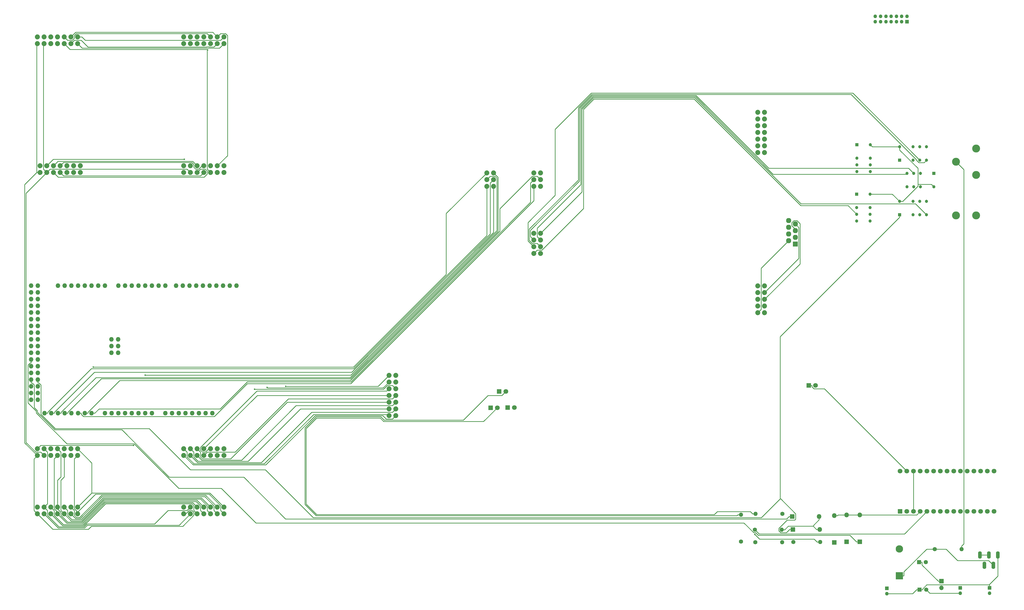
<source format=gbr>
G04 #@! TF.FileFunction,Copper,L1,Top,Signal*
%FSLAX46Y46*%
G04 Gerber Fmt 4.6, Leading zero omitted, Abs format (unit mm)*
G04 Created by KiCad (PCBNEW 4.0.6) date 02/18/20 12:40:55*
%MOMM*%
%LPD*%
G01*
G04 APERTURE LIST*
%ADD10C,0.100000*%
%ADD11C,1.879600*%
%ADD12R,1.600000X1.600000*%
%ADD13C,1.600000*%
%ADD14R,1.800000X1.800000*%
%ADD15C,1.800000*%
%ADD16O,1.800000X1.800000*%
%ADD17R,2.800000X2.800000*%
%ADD18O,2.800000X2.800000*%
%ADD19R,1.960000X1.960000*%
%ADD20C,1.960000*%
%ADD21R,1.350000X1.350000*%
%ADD22O,1.350000X1.350000*%
%ADD23R,1.200000X1.200000*%
%ADD24C,1.200000*%
%ADD25C,3.000000*%
%ADD26O,1.600000X1.600000*%
%ADD27O,1.727200X1.727200*%
%ADD28R,1.700000X1.700000*%
%ADD29O,1.700000X1.700000*%
%ADD30O,1.408000X2.816000*%
%ADD31C,0.600000*%
%ADD32C,0.250000*%
G04 APERTURE END LIST*
D10*
D11*
X133400000Y-102400000D03*
X133400000Y-99860000D03*
X135940000Y-102400000D03*
X135940000Y-99860000D03*
X138480000Y-102400000D03*
X138480000Y-99860000D03*
X141020000Y-102400000D03*
X141020000Y-99860000D03*
X143560000Y-102400000D03*
X143560000Y-99860000D03*
X146100000Y-102400000D03*
X146100000Y-99860000D03*
X148640000Y-102400000D03*
X148640000Y-99860000D03*
X188800000Y-102400000D03*
X188800000Y-99860000D03*
X191340000Y-102400000D03*
X191340000Y-99860000D03*
X193880000Y-102400000D03*
X193880000Y-99860000D03*
X196420000Y-102400000D03*
X196420000Y-99860000D03*
X198960000Y-102400000D03*
X198960000Y-99860000D03*
X201500000Y-102400000D03*
X201500000Y-99860000D03*
X204040000Y-102400000D03*
X204040000Y-99860000D03*
X188800000Y-151200000D03*
X188800000Y-148660000D03*
X191340000Y-151200000D03*
X191340000Y-148660000D03*
X193880000Y-151200000D03*
X193880000Y-148660000D03*
X196420000Y-151200000D03*
X196420000Y-148660000D03*
X198960000Y-151200000D03*
X198960000Y-148660000D03*
X201500000Y-151200000D03*
X201500000Y-148660000D03*
X204040000Y-151200000D03*
X204040000Y-148660000D03*
X134400000Y-151200000D03*
X134400000Y-148660000D03*
X136940000Y-151200000D03*
X136940000Y-148660000D03*
X139480000Y-151200000D03*
X139480000Y-148660000D03*
X142020000Y-151200000D03*
X142020000Y-148660000D03*
X144560000Y-151200000D03*
X144560000Y-148660000D03*
X147100000Y-151200000D03*
X147100000Y-148660000D03*
X149640000Y-151200000D03*
X149640000Y-148660000D03*
X133400000Y-280400000D03*
X133400000Y-277860000D03*
X135940000Y-280400000D03*
X135940000Y-277860000D03*
X138480000Y-280400000D03*
X138480000Y-277860000D03*
X141020000Y-280400000D03*
X141020000Y-277860000D03*
X143560000Y-280400000D03*
X143560000Y-277860000D03*
X146100000Y-280400000D03*
X146100000Y-277860000D03*
X148640000Y-280400000D03*
X148640000Y-277860000D03*
X188800000Y-280400000D03*
X188800000Y-277860000D03*
X191340000Y-280400000D03*
X191340000Y-277860000D03*
X193880000Y-280400000D03*
X193880000Y-277860000D03*
X196420000Y-280400000D03*
X196420000Y-277860000D03*
X198960000Y-280400000D03*
X198960000Y-277860000D03*
X201500000Y-280400000D03*
X201500000Y-277860000D03*
X204040000Y-280400000D03*
X204040000Y-277860000D03*
X133400000Y-258300000D03*
X133400000Y-255760000D03*
X135940000Y-258300000D03*
X135940000Y-255760000D03*
X138480000Y-258300000D03*
X138480000Y-255760000D03*
X141020000Y-258300000D03*
X141020000Y-255760000D03*
X143560000Y-258300000D03*
X143560000Y-255760000D03*
X146100000Y-258300000D03*
X146100000Y-255760000D03*
X148640000Y-258300000D03*
X148640000Y-255760000D03*
X188800000Y-258300000D03*
X188800000Y-255760000D03*
X191340000Y-258300000D03*
X191340000Y-255760000D03*
X193880000Y-258300000D03*
X193880000Y-255760000D03*
X196420000Y-258300000D03*
X196420000Y-255760000D03*
X198960000Y-258300000D03*
X198960000Y-255760000D03*
X201500000Y-258300000D03*
X201500000Y-255760000D03*
X204040000Y-258300000D03*
X204040000Y-255760000D03*
X269000000Y-243200000D03*
X266460000Y-243200000D03*
X269000000Y-240660000D03*
X266460000Y-240660000D03*
X269000000Y-238120000D03*
X266460000Y-238120000D03*
X269000000Y-235580000D03*
X266460000Y-235580000D03*
X269000000Y-233040000D03*
X266460000Y-233040000D03*
X269000000Y-230500000D03*
X266460000Y-230500000D03*
X269000000Y-227960000D03*
X266460000Y-227960000D03*
X408600000Y-143600000D03*
X406060000Y-143600000D03*
X408600000Y-141060000D03*
X406060000Y-141060000D03*
X408600000Y-138520000D03*
X406060000Y-138520000D03*
X408600000Y-135980000D03*
X406060000Y-135980000D03*
X408600000Y-133440000D03*
X406060000Y-133440000D03*
X408600000Y-130900000D03*
X406060000Y-130900000D03*
X408600000Y-128360000D03*
X406060000Y-128360000D03*
X323800000Y-156400000D03*
X321260000Y-156400000D03*
X323800000Y-153860000D03*
X321260000Y-153860000D03*
X323800000Y-151320000D03*
X321260000Y-151320000D03*
X306000000Y-156400000D03*
X303460000Y-156400000D03*
X306000000Y-153860000D03*
X303460000Y-153860000D03*
X306000000Y-151320000D03*
X303460000Y-151320000D03*
X323800000Y-181800000D03*
X321260000Y-181800000D03*
X323800000Y-179260000D03*
X321260000Y-179260000D03*
X323800000Y-176720000D03*
X321260000Y-176720000D03*
X323800000Y-174180000D03*
X321260000Y-174180000D03*
X408600000Y-204267000D03*
X406060000Y-204267000D03*
X408600000Y-201727000D03*
X406060000Y-201727000D03*
X408600000Y-199187000D03*
X406060000Y-199187000D03*
X408600000Y-196647000D03*
X406060000Y-196647000D03*
X408600000Y-194107000D03*
X406060000Y-194107000D03*
D12*
X467258000Y-309067000D03*
D13*
X469758000Y-309067000D03*
D12*
X467081000Y-298679000D03*
D13*
X469581000Y-298679000D03*
D14*
X311404000Y-240132000D03*
D15*
X313944000Y-240132000D03*
D14*
X419100000Y-281381000D03*
D16*
X429260000Y-281381000D03*
D14*
X434975000Y-291186000D03*
D16*
X434975000Y-281026000D03*
D14*
X419278000Y-286283000D03*
D16*
X429438000Y-286283000D03*
D14*
X444627000Y-290957000D03*
D16*
X444627000Y-280797000D03*
D14*
X425298000Y-231800000D03*
D15*
X427838000Y-231800000D03*
D17*
X459613000Y-303809000D03*
D18*
X459613000Y-293649000D03*
D14*
X439598000Y-290957000D03*
D16*
X439598000Y-280797000D03*
D14*
X308153000Y-234061000D03*
D15*
X310693000Y-234061000D03*
D14*
X304902000Y-240208000D03*
D15*
X307442000Y-240208000D03*
D19*
X420243000Y-178308000D03*
D20*
X417703000Y-177038000D03*
X420243000Y-175768000D03*
X417703000Y-174498000D03*
X420243000Y-173228000D03*
X417703000Y-171958000D03*
X420243000Y-170688000D03*
X417703000Y-169418000D03*
D21*
X482651000Y-308407000D03*
D22*
X482651000Y-310407000D03*
D21*
X493751000Y-308407000D03*
D22*
X493751000Y-310407000D03*
D21*
X454914000Y-308610000D03*
D22*
X454914000Y-310610000D03*
D23*
X443560000Y-140692000D03*
D24*
X448640000Y-140692000D03*
X443560000Y-145772000D03*
X448640000Y-150852000D03*
X443560000Y-148312000D03*
X443560000Y-150852000D03*
X448640000Y-145772000D03*
X448640000Y-148312000D03*
D23*
X459665000Y-167183000D03*
D24*
X459665000Y-162103000D03*
X464745000Y-167183000D03*
X469825000Y-162103000D03*
X467285000Y-167183000D03*
X469825000Y-167183000D03*
X464745000Y-162103000D03*
X467285000Y-162103000D03*
D23*
X472642000Y-151536000D03*
D24*
X472642000Y-156616000D03*
X467562000Y-151536000D03*
X462482000Y-156616000D03*
X465022000Y-151536000D03*
X462482000Y-151536000D03*
X467562000Y-156616000D03*
X465022000Y-156616000D03*
D23*
X459742000Y-146482000D03*
D24*
X459742000Y-141402000D03*
X464822000Y-146482000D03*
X469902000Y-141402000D03*
X467362000Y-146482000D03*
X469902000Y-146482000D03*
X464822000Y-141402000D03*
X467362000Y-141402000D03*
D23*
X443484000Y-159361000D03*
D24*
X448564000Y-159361000D03*
X443484000Y-164441000D03*
X448564000Y-169521000D03*
X443484000Y-166981000D03*
X443484000Y-169521000D03*
X448564000Y-164441000D03*
X448564000Y-166981000D03*
D25*
X481051000Y-167411000D03*
X488671000Y-167411000D03*
X481051000Y-147091000D03*
X488671000Y-142091000D03*
X488671000Y-152091000D03*
D13*
X472999000Y-293726000D03*
D26*
X483159000Y-293726000D03*
D27*
X163932000Y-219456000D03*
X161392000Y-219456000D03*
X161392000Y-216916000D03*
X163932000Y-216916000D03*
X161392000Y-214376000D03*
X176759000Y-242316000D03*
X181839000Y-242316000D03*
X184379000Y-242316000D03*
X186919000Y-242316000D03*
X189459000Y-242316000D03*
X191999000Y-242316000D03*
X194539000Y-242316000D03*
X197079000Y-242316000D03*
X141199000Y-194056000D03*
X143739000Y-194056000D03*
X146279000Y-194056000D03*
X148819000Y-194056000D03*
X151359000Y-194056000D03*
X153899000Y-194056000D03*
X156439000Y-194056000D03*
X158979000Y-194056000D03*
X164059000Y-194056000D03*
X166599000Y-194056000D03*
X169139000Y-194056000D03*
X171679000Y-194056000D03*
X174219000Y-194056000D03*
X176759000Y-194056000D03*
X179299000Y-194056000D03*
X181839000Y-194056000D03*
X201143000Y-194056000D03*
X185903000Y-194056000D03*
X188443000Y-194056000D03*
X190983000Y-194056000D03*
X208763000Y-194056000D03*
X206223000Y-194056000D03*
X203683000Y-194056000D03*
X198603000Y-194056000D03*
X196063000Y-194056000D03*
X193523000Y-194056000D03*
X199619000Y-242316000D03*
X174219000Y-242316000D03*
X171679000Y-242316000D03*
X169139000Y-242316000D03*
X166599000Y-242316000D03*
X164059000Y-242316000D03*
X161519000Y-242316000D03*
X158979000Y-242316000D03*
X153899000Y-242316000D03*
X151359000Y-242316000D03*
X148819000Y-242316000D03*
X146279000Y-242316000D03*
X143739000Y-242316000D03*
X141199000Y-242316000D03*
X138659000Y-242316000D03*
X136119000Y-242316000D03*
X133579000Y-194056000D03*
X131039000Y-194056000D03*
X133579000Y-196596000D03*
X131039000Y-196596000D03*
X133579000Y-199136000D03*
X131039000Y-199136000D03*
X133579000Y-201676000D03*
X131039000Y-201676000D03*
X133579000Y-204216000D03*
X131039000Y-204216000D03*
X133579000Y-206756000D03*
X131039000Y-206756000D03*
X133579000Y-209296000D03*
X131039000Y-209296000D03*
X133579000Y-211836000D03*
X131039000Y-211836000D03*
X133579000Y-214376000D03*
X131039000Y-214376000D03*
X133579000Y-216916000D03*
X131039000Y-216916000D03*
X133579000Y-219456000D03*
X131039000Y-219456000D03*
X133579000Y-221996000D03*
X131039000Y-221996000D03*
X133579000Y-224536000D03*
X131039000Y-224536000D03*
X133579000Y-227076000D03*
X131039000Y-227076000D03*
X133579000Y-229616000D03*
X131039000Y-229616000D03*
X133579000Y-232156000D03*
X131039000Y-232156000D03*
X133579000Y-234696000D03*
X131039000Y-234696000D03*
X133579000Y-237236000D03*
X131039000Y-237236000D03*
X163932000Y-214376000D03*
D13*
X419456000Y-291059000D03*
D26*
X429616000Y-291059000D03*
D13*
X405130000Y-291160000D03*
D26*
X415290000Y-291160000D03*
D13*
X404952000Y-286360000D03*
D26*
X415112000Y-286360000D03*
D13*
X399644000Y-290855000D03*
D26*
X399644000Y-280695000D03*
D13*
X415341000Y-280391000D03*
D26*
X405181000Y-280391000D03*
D28*
X475539000Y-305892000D03*
D29*
X475539000Y-308432000D03*
D14*
X459892000Y-279476000D03*
D15*
X462432000Y-279476000D03*
X464972000Y-279476000D03*
X467512000Y-279476000D03*
X470052000Y-279476000D03*
X472592000Y-279476000D03*
X475132000Y-279476000D03*
X477672000Y-279476000D03*
X480212000Y-279476000D03*
X482752000Y-279476000D03*
X485292000Y-279476000D03*
X487832000Y-279476000D03*
X490372000Y-279476000D03*
X492912000Y-279476000D03*
X495452000Y-279476000D03*
X495452000Y-264236000D03*
X492912000Y-264236000D03*
X490372000Y-264236000D03*
X487832000Y-264236000D03*
X485292000Y-264236000D03*
X482752000Y-264236000D03*
X480212000Y-264236000D03*
X477672000Y-264236000D03*
X475132000Y-264236000D03*
X472592000Y-264236000D03*
X470052000Y-264236000D03*
X467512000Y-264236000D03*
X464972000Y-264236000D03*
X462432000Y-264236000D03*
X459892000Y-264236000D03*
D30*
X495197000Y-299817000D03*
X491797000Y-299817000D03*
X496897000Y-295917000D03*
X493497000Y-295917000D03*
X490097000Y-295917000D03*
D21*
X462508600Y-94081600D03*
D22*
X462508600Y-92081600D03*
X460508600Y-94081600D03*
X460508600Y-92081600D03*
X458508600Y-94081600D03*
X458508600Y-92081600D03*
X456508600Y-94081600D03*
X456508600Y-92081600D03*
X454508600Y-94081600D03*
X454508600Y-92081600D03*
X452508600Y-94081600D03*
X452508600Y-92081600D03*
X450508600Y-94081600D03*
X450508600Y-92081600D03*
D31*
X404943000Y-288140200D03*
X169773800Y-254494800D03*
X189040600Y-146203100D03*
X197861700Y-104735900D03*
X215586100Y-233190300D03*
X220336300Y-232554400D03*
X227411400Y-232112300D03*
X174246700Y-227865600D03*
X154596800Y-224829600D03*
D32*
X464589700Y-310610000D02*
X466132700Y-309067000D01*
X454914000Y-310610000D02*
X464589700Y-310610000D01*
X467258000Y-309067000D02*
X466132700Y-309067000D01*
X493751000Y-308407000D02*
X493751000Y-307444300D01*
X467258000Y-309067000D02*
X468383300Y-309067000D01*
X496897000Y-303921300D02*
X493581300Y-307237000D01*
X496897000Y-295917000D02*
X496897000Y-303921300D01*
X493751000Y-307406700D02*
X493581300Y-307237000D01*
X493751000Y-307444300D02*
X493751000Y-307406700D01*
X468383300Y-308785700D02*
X468383300Y-309067000D01*
X469932000Y-307237000D02*
X468383300Y-308785700D01*
X493581300Y-307237000D02*
X469932000Y-307237000D01*
X490097000Y-295917000D02*
X493497000Y-295917000D01*
X415112000Y-286360000D02*
X416237300Y-286360000D01*
X429438000Y-286283000D02*
X428212700Y-286283000D01*
X471098000Y-310407000D02*
X469758000Y-309067000D01*
X482651000Y-310407000D02*
X471098000Y-310407000D01*
X466191000Y-280797000D02*
X444627000Y-280797000D01*
X467512000Y-279476000D02*
X466191000Y-280797000D01*
X426523300Y-232259600D02*
X426523300Y-231800000D01*
X427289000Y-233025300D02*
X426523300Y-232259600D01*
X431221300Y-233025300D02*
X427289000Y-233025300D01*
X462432000Y-264236000D02*
X431221300Y-233025300D01*
X425298000Y-231800000D02*
X426523300Y-231800000D01*
X444627000Y-280797000D02*
X439598000Y-280797000D01*
X436429300Y-280797000D02*
X436200300Y-281026000D01*
X439598000Y-280797000D02*
X436429300Y-280797000D01*
X434975000Y-281026000D02*
X436200300Y-281026000D01*
X417539600Y-285057700D02*
X427073800Y-285057700D01*
X416237300Y-286360000D02*
X417539600Y-285057700D01*
X427073800Y-284792500D02*
X427073800Y-285057700D01*
X429260000Y-282606300D02*
X427073800Y-284792500D01*
X427073800Y-285144100D02*
X428212700Y-286283000D01*
X427073800Y-285057700D02*
X427073800Y-285144100D01*
X429260000Y-281381000D02*
X429260000Y-282606300D01*
X456923000Y-159361000D02*
X459665000Y-162103000D01*
X448564000Y-159361000D02*
X456923000Y-159361000D01*
X471712700Y-155686700D02*
X472642000Y-156616000D01*
X466629500Y-155686700D02*
X471712700Y-155686700D01*
X460896800Y-162103000D02*
X459665000Y-162103000D01*
X466629500Y-156370300D02*
X460896800Y-162103000D01*
X466629500Y-155686700D02*
X466629500Y-156370300D01*
X466629500Y-149598200D02*
X466629500Y-155686700D01*
X459742000Y-142710700D02*
X466629500Y-149598200D01*
X459742000Y-141402000D02*
X459742000Y-142710700D01*
X449350000Y-141402000D02*
X448640000Y-140692000D01*
X459742000Y-141402000D02*
X449350000Y-141402000D01*
X468206300Y-299734600D02*
X468206300Y-298679000D01*
X474363700Y-305892000D02*
X468206300Y-299734600D01*
X467081000Y-298679000D02*
X468206300Y-298679000D01*
X475539000Y-305892000D02*
X474363700Y-305892000D01*
X484006400Y-150046400D02*
X481051000Y-147091000D01*
X484006400Y-291753300D02*
X484006400Y-150046400D01*
X483159000Y-292600700D02*
X484006400Y-291753300D01*
X483159000Y-293726000D02*
X483159000Y-292600700D01*
X406736500Y-289933700D02*
X404943000Y-288140200D01*
X427365400Y-289933700D02*
X406736500Y-289933700D01*
X428490700Y-291059000D02*
X427365400Y-289933700D01*
X429616000Y-291059000D02*
X428490700Y-291059000D01*
X131039000Y-229616000D02*
X131039000Y-230804900D01*
X419100000Y-281381000D02*
X417874700Y-281381000D01*
X131410600Y-230804900D02*
X131039000Y-230804900D01*
X132227900Y-231622200D02*
X131410600Y-230804900D01*
X132227900Y-240145100D02*
X132227900Y-231622200D01*
X133414600Y-241331800D02*
X132227900Y-240145100D01*
X133414600Y-241974000D02*
X133414600Y-241331800D01*
X140002300Y-248561700D02*
X133414600Y-241974000D01*
X165362000Y-248561700D02*
X140002300Y-248561700D01*
X183288000Y-266487700D02*
X165362000Y-248561700D01*
X211510700Y-266487700D02*
X183288000Y-266487700D01*
X227326700Y-282303700D02*
X211510700Y-266487700D01*
X416952000Y-282303700D02*
X227326700Y-282303700D01*
X417874700Y-281381000D02*
X416952000Y-282303700D01*
X459665000Y-167183000D02*
X459665000Y-168108300D01*
X419278000Y-286283000D02*
X418052700Y-286283000D01*
X414455300Y-213318000D02*
X459665000Y-168108300D01*
X414455300Y-274739500D02*
X414455300Y-213318000D01*
X416827400Y-287508300D02*
X418052700Y-286283000D01*
X414666600Y-287508300D02*
X416827400Y-287508300D01*
X413984800Y-286826500D02*
X414666600Y-287508300D01*
X413984800Y-285883600D02*
X413984800Y-286826500D01*
X417114300Y-282754100D02*
X413984800Y-285883600D01*
X419990900Y-282754100D02*
X417114300Y-282754100D01*
X420335900Y-282409100D02*
X419990900Y-282754100D01*
X420335900Y-280338700D02*
X420335900Y-282409100D01*
X414736700Y-274739500D02*
X420335900Y-280338700D01*
X414455300Y-274739500D02*
X414736700Y-274739500D01*
X133579000Y-229616000D02*
X133579000Y-230804900D01*
X133950600Y-230804900D02*
X133579000Y-230804900D01*
X134767900Y-231622200D02*
X133950600Y-230804900D01*
X134767900Y-242669600D02*
X134767900Y-231622200D01*
X140209600Y-248111300D02*
X134767900Y-242669600D01*
X175700300Y-248111300D02*
X140209600Y-248111300D01*
X191324500Y-263735500D02*
X175700300Y-248111300D01*
X219715200Y-263735500D02*
X191324500Y-263735500D01*
X237800100Y-281820400D02*
X219715200Y-263735500D01*
X407374400Y-281820400D02*
X237800100Y-281820400D01*
X414455300Y-274739500D02*
X407374400Y-281820400D01*
X131039000Y-221996000D02*
X131039000Y-223184900D01*
X444627000Y-290957000D02*
X443401700Y-290957000D01*
X130667400Y-223184900D02*
X131039000Y-223184900D01*
X129811100Y-224041200D02*
X130667400Y-223184900D01*
X129811100Y-238365200D02*
X129811100Y-224041200D01*
X132964300Y-241518400D02*
X129811100Y-238365200D01*
X132964300Y-242216400D02*
X132964300Y-241518400D01*
X144603800Y-253855900D02*
X132964300Y-242216400D01*
X170019300Y-253855900D02*
X144603800Y-253855900D01*
X186903600Y-270740200D02*
X170019300Y-253855900D01*
X203021700Y-270740200D02*
X186903600Y-270740200D01*
X216099500Y-283818000D02*
X203021700Y-270740200D01*
X400799600Y-283818000D02*
X216099500Y-283818000D01*
X404496500Y-287514900D02*
X400799600Y-283818000D01*
X405202100Y-287514900D02*
X404496500Y-287514900D01*
X406164500Y-288477300D02*
X405202100Y-287514900D01*
X440922000Y-288477300D02*
X406164500Y-288477300D01*
X443401700Y-290957000D02*
X440922000Y-288477300D01*
X477338800Y-293726000D02*
X472999000Y-293726000D01*
X481658900Y-298046100D02*
X477338800Y-293726000D01*
X493426100Y-298046100D02*
X481658900Y-298046100D01*
X495197000Y-299817000D02*
X493426100Y-298046100D01*
X461338300Y-302299400D02*
X461338300Y-303809000D01*
X469911700Y-293726000D02*
X461338300Y-302299400D01*
X472999000Y-293726000D02*
X469911700Y-293726000D01*
X459613000Y-303809000D02*
X461338300Y-303809000D01*
X399644000Y-280695000D02*
X398518700Y-280695000D01*
X309149000Y-235605000D02*
X310693000Y-234061000D01*
X303934800Y-235605000D02*
X309149000Y-235605000D01*
X294613100Y-244926700D02*
X303934800Y-235605000D01*
X264596500Y-244926700D02*
X294613100Y-244926700D01*
X263341700Y-243671900D02*
X264596500Y-244926700D01*
X238855500Y-243671900D02*
X263341700Y-243671900D01*
X234626500Y-247900900D02*
X238855500Y-243671900D01*
X234626500Y-276833800D02*
X234626500Y-247900900D01*
X238882000Y-281089300D02*
X234626500Y-276833800D01*
X398124400Y-281089300D02*
X238882000Y-281089300D01*
X398518700Y-280695000D02*
X398124400Y-281089300D01*
X405181000Y-280391000D02*
X404055700Y-280391000D01*
X302263900Y-245386100D02*
X307442000Y-240208000D01*
X264418800Y-245386100D02*
X302263900Y-245386100D01*
X263155000Y-244122300D02*
X264418800Y-245386100D01*
X239061700Y-244122300D02*
X263155000Y-244122300D01*
X235076900Y-248107100D02*
X239061700Y-244122300D01*
X235076900Y-276612400D02*
X235076900Y-248107100D01*
X239094900Y-280630400D02*
X235076900Y-276612400D01*
X389614300Y-280630400D02*
X239094900Y-280630400D01*
X390694400Y-279550300D02*
X389614300Y-280630400D01*
X403215000Y-279550300D02*
X390694400Y-279550300D01*
X404055700Y-280391000D02*
X403215000Y-279550300D01*
X189493800Y-280400000D02*
X188800000Y-280400000D01*
X190763800Y-279130000D02*
X189493800Y-280400000D01*
X191916200Y-279130000D02*
X190763800Y-279130000D01*
X192610000Y-279823800D02*
X191916200Y-279130000D01*
X192610000Y-280921000D02*
X192610000Y-279823800D01*
X188420200Y-285110800D02*
X192610000Y-280921000D01*
X153772900Y-285110800D02*
X188420200Y-285110800D01*
X152683200Y-286200500D02*
X153772900Y-285110800D01*
X139200500Y-286200500D02*
X152683200Y-286200500D01*
X133400000Y-280400000D02*
X139200500Y-286200500D01*
X132096600Y-279096600D02*
X133400000Y-280400000D01*
X132096600Y-259603400D02*
X132096600Y-279096600D01*
X133400000Y-258300000D02*
X132096600Y-259603400D01*
X133129300Y-102670700D02*
X133400000Y-102400000D01*
X133129300Y-151200000D02*
X133129300Y-102670700D01*
X133129300Y-151200000D02*
X134400000Y-151200000D01*
X267723600Y-244476400D02*
X269000000Y-243200000D01*
X265419800Y-244476400D02*
X267723600Y-244476400D01*
X264164900Y-243221500D02*
X265419800Y-244476400D01*
X238516900Y-243221500D02*
X264164900Y-243221500D01*
X219867900Y-261870500D02*
X238516900Y-243221500D01*
X192370500Y-261870500D02*
X219867900Y-261870500D01*
X188800000Y-258300000D02*
X192370500Y-261870500D01*
X128613100Y-253513100D02*
X133400000Y-258300000D01*
X128613100Y-155716200D02*
X128613100Y-253513100D01*
X133129300Y-151200000D02*
X128613100Y-155716200D01*
X134665200Y-254494800D02*
X133400000Y-255760000D01*
X169773800Y-254494800D02*
X134665200Y-254494800D01*
X190070000Y-257030000D02*
X188800000Y-255760000D01*
X190070000Y-258861100D02*
X190070000Y-257030000D01*
X192626000Y-261417100D02*
X190070000Y-258861100D01*
X219289100Y-261417100D02*
X192626000Y-261417100D01*
X237935100Y-242771100D02*
X219289100Y-261417100D01*
X266031100Y-242771100D02*
X237935100Y-242771100D01*
X266460000Y-243200000D02*
X266031100Y-242771100D01*
X187079500Y-284660500D02*
X191340000Y-280400000D01*
X152391700Y-284660500D02*
X187079500Y-284660500D01*
X151302000Y-285750200D02*
X152391700Y-284660500D01*
X141290200Y-285750200D02*
X151302000Y-285750200D01*
X135940000Y-280400000D02*
X141290200Y-285750200D01*
X135665200Y-149925200D02*
X136940000Y-151200000D01*
X135665200Y-102674800D02*
X135665200Y-149925200D01*
X135940000Y-102400000D02*
X135665200Y-102674800D01*
X138210000Y-149930000D02*
X136940000Y-151200000D01*
X190070000Y-149930000D02*
X138210000Y-149930000D01*
X191340000Y-151200000D02*
X190070000Y-149930000D01*
X193996400Y-260956400D02*
X191340000Y-258300000D01*
X218157700Y-260956400D02*
X193996400Y-260956400D01*
X237188900Y-241925200D02*
X218157700Y-260956400D01*
X267734800Y-241925200D02*
X237188900Y-241925200D01*
X269000000Y-240660000D02*
X267734800Y-241925200D01*
X129075300Y-159064700D02*
X136940000Y-151200000D01*
X129075300Y-253338400D02*
X129075300Y-159064700D01*
X132766900Y-257030000D02*
X129075300Y-253338400D01*
X134670000Y-257030000D02*
X132766900Y-257030000D01*
X135940000Y-258300000D02*
X134670000Y-257030000D01*
X192610000Y-257030000D02*
X191340000Y-255760000D01*
X192610000Y-258861100D02*
X192610000Y-257030000D01*
X194230400Y-260481500D02*
X192610000Y-258861100D01*
X213155500Y-260481500D02*
X194230400Y-260481500D01*
X232977000Y-240660000D02*
X213155500Y-260481500D01*
X266460000Y-240660000D02*
X232977000Y-240660000D01*
X139396900Y-146203100D02*
X189040600Y-146203100D01*
X136940000Y-148660000D02*
X139396900Y-146203100D01*
X190070000Y-279130000D02*
X191340000Y-277860000D01*
X182881800Y-279130000D02*
X190070000Y-279130000D01*
X177801600Y-284210200D02*
X182881800Y-279130000D01*
X152205100Y-284210200D02*
X177801600Y-284210200D01*
X151115400Y-285299900D02*
X152205100Y-284210200D01*
X141548800Y-285299900D02*
X151115400Y-285299900D01*
X137210000Y-280961100D02*
X141548800Y-285299900D01*
X137210000Y-279130000D02*
X137210000Y-280961100D01*
X135940000Y-277860000D02*
X137210000Y-279130000D01*
X137210000Y-276590000D02*
X135940000Y-277860000D01*
X137210000Y-257030000D02*
X137210000Y-276590000D01*
X135940000Y-255760000D02*
X137210000Y-257030000D01*
X192610000Y-279130000D02*
X193880000Y-280400000D01*
X192610000Y-277298900D02*
X192610000Y-279130000D01*
X191894800Y-276583700D02*
X192610000Y-277298900D01*
X159194700Y-276583700D02*
X191894800Y-276583700D01*
X150928800Y-284849600D02*
X159194700Y-276583700D01*
X142929600Y-284849600D02*
X150928800Y-284849600D01*
X138480000Y-280400000D02*
X142929600Y-284849600D01*
X267730000Y-239390000D02*
X269000000Y-238120000D01*
X231300300Y-239390000D02*
X267730000Y-239390000D01*
X210666900Y-260023400D02*
X231300300Y-239390000D01*
X195603400Y-260023400D02*
X210666900Y-260023400D01*
X193880000Y-258300000D02*
X195603400Y-260023400D01*
X141250400Y-152970400D02*
X139480000Y-151200000D01*
X196451300Y-152970400D02*
X141250400Y-152970400D01*
X197690000Y-151731700D02*
X196451300Y-152970400D01*
X197690000Y-150638900D02*
X197690000Y-151731700D01*
X196981100Y-149930000D02*
X197690000Y-150638900D01*
X195150000Y-149930000D02*
X196981100Y-149930000D01*
X193880000Y-151200000D02*
X195150000Y-149930000D01*
X192152600Y-276132600D02*
X193880000Y-277860000D01*
X159008900Y-276132600D02*
X192152600Y-276132600D01*
X150742200Y-284399300D02*
X159008900Y-276132600D01*
X143188200Y-284399300D02*
X150742200Y-284399300D01*
X139750000Y-280961100D02*
X143188200Y-284399300D01*
X139750000Y-279130000D02*
X139750000Y-280961100D01*
X138480000Y-277860000D02*
X139750000Y-279130000D01*
X192130900Y-146910900D02*
X193880000Y-148660000D01*
X141229100Y-146910900D02*
X192130900Y-146910900D01*
X139480000Y-148660000D02*
X141229100Y-146910900D01*
X195150000Y-257030000D02*
X193880000Y-255760000D01*
X195150000Y-258861100D02*
X195150000Y-257030000D01*
X195861900Y-259573000D02*
X195150000Y-258861100D01*
X206512900Y-259573000D02*
X195861900Y-259573000D01*
X227965900Y-238120000D02*
X206512900Y-259573000D01*
X266460000Y-238120000D02*
X227965900Y-238120000D01*
X195150000Y-279130000D02*
X196420000Y-280400000D01*
X195150000Y-277331400D02*
X195150000Y-279130000D01*
X193500900Y-275682300D02*
X195150000Y-277331400D01*
X158822300Y-275682300D02*
X193500900Y-275682300D01*
X150555600Y-283949000D02*
X158822300Y-275682300D01*
X144569000Y-283949000D02*
X150555600Y-283949000D01*
X141020000Y-280400000D02*
X144569000Y-283949000D01*
X141020000Y-279666300D02*
X141020000Y-280400000D01*
X139750000Y-278396300D02*
X141020000Y-279666300D01*
X139750000Y-259570000D02*
X139750000Y-278396300D01*
X141020000Y-258300000D02*
X139750000Y-259570000D01*
X267734800Y-236845200D02*
X269000000Y-235580000D01*
X228415300Y-236845200D02*
X267734800Y-236845200D01*
X208230500Y-257030000D02*
X228415300Y-236845200D01*
X197690000Y-257030000D02*
X208230500Y-257030000D01*
X196420000Y-258300000D02*
X197690000Y-257030000D01*
X143292000Y-152472000D02*
X142020000Y-151200000D01*
X195148000Y-152472000D02*
X143292000Y-152472000D01*
X196420000Y-151200000D02*
X195148000Y-152472000D01*
X141020000Y-267686000D02*
X141020000Y-277860000D01*
X142290000Y-266416000D02*
X141020000Y-267686000D01*
X142290000Y-257030000D02*
X142290000Y-266416000D01*
X141020000Y-255760000D02*
X142290000Y-257030000D01*
X193792000Y-275232000D02*
X196420000Y-277860000D01*
X158635700Y-275232000D02*
X193792000Y-275232000D01*
X150369000Y-283498700D02*
X158635700Y-275232000D01*
X144834700Y-283498700D02*
X150369000Y-283498700D01*
X142290000Y-280954000D02*
X144834700Y-283498700D01*
X142290000Y-279766900D02*
X142290000Y-280954000D01*
X141020000Y-278496900D02*
X142290000Y-279766900D01*
X141020000Y-277860000D02*
X141020000Y-278496900D01*
X143318800Y-147361200D02*
X142020000Y-148660000D01*
X191848000Y-147361200D02*
X143318800Y-147361200D01*
X192610000Y-148123200D02*
X191848000Y-147361200D01*
X192610000Y-149221100D02*
X192610000Y-148123200D01*
X193318900Y-149930000D02*
X192610000Y-149221100D01*
X194441100Y-149930000D02*
X193318900Y-149930000D01*
X195711100Y-148660000D02*
X194441100Y-149930000D01*
X196420000Y-148660000D02*
X195711100Y-148660000D01*
X216600000Y-235580000D02*
X196420000Y-255760000D01*
X266460000Y-235580000D02*
X216600000Y-235580000D01*
X142290000Y-279130000D02*
X143560000Y-280400000D01*
X142290000Y-267689800D02*
X142290000Y-279130000D01*
X143560000Y-266419800D02*
X142290000Y-267689800D01*
X143560000Y-258300000D02*
X143560000Y-266419800D01*
X197690000Y-279130000D02*
X198960000Y-280400000D01*
X197690000Y-277306000D02*
X197690000Y-279130000D01*
X195165700Y-274781700D02*
X197690000Y-277306000D01*
X158449000Y-274781700D02*
X195165700Y-274781700D01*
X150182300Y-283048400D02*
X158449000Y-274781700D01*
X146208400Y-283048400D02*
X150182300Y-283048400D01*
X143560000Y-280400000D02*
X146208400Y-283048400D01*
X145752400Y-104592400D02*
X143560000Y-102400000D01*
X197718200Y-104592400D02*
X145752400Y-104592400D01*
X197861700Y-104735900D02*
X197718200Y-104592400D01*
X197690200Y-104907400D02*
X197861700Y-104735900D01*
X197690200Y-149930200D02*
X197690200Y-104907400D01*
X198960000Y-151200000D02*
X197690200Y-149930200D01*
X267730000Y-231770000D02*
X269000000Y-233040000D01*
X265826900Y-231770000D02*
X267730000Y-231770000D01*
X264406600Y-233190300D02*
X265826900Y-231770000D01*
X215586100Y-233190300D02*
X264406600Y-233190300D01*
X195431400Y-274331400D02*
X198960000Y-277860000D01*
X158238000Y-274331400D02*
X195431400Y-274331400D01*
X149971300Y-282598100D02*
X158238000Y-274331400D01*
X146467000Y-282598100D02*
X149971300Y-282598100D01*
X144830000Y-280961100D02*
X146467000Y-282598100D01*
X144830000Y-279130000D02*
X144830000Y-280961100D01*
X143560000Y-277860000D02*
X144830000Y-279130000D01*
X144830000Y-101130000D02*
X143560000Y-99860000D01*
X146648500Y-101130000D02*
X144830000Y-101130000D01*
X147365200Y-100413300D02*
X146648500Y-101130000D01*
X147365200Y-99345200D02*
X147365200Y-100413300D01*
X148144200Y-98566200D02*
X147365200Y-99345200D01*
X197666200Y-98566200D02*
X148144200Y-98566200D01*
X198960000Y-99860000D02*
X197666200Y-98566200D01*
X265565600Y-233934400D02*
X266460000Y-233040000D01*
X265565600Y-233934500D02*
X265565600Y-233934400D01*
X216444900Y-233934500D02*
X265565600Y-233934500D01*
X195150000Y-255229400D02*
X216444900Y-233934500D01*
X195150000Y-256336200D02*
X195150000Y-255229400D01*
X195843800Y-257030000D02*
X195150000Y-256336200D01*
X196996200Y-257030000D02*
X195843800Y-257030000D01*
X198266200Y-255760000D02*
X196996200Y-257030000D01*
X198960000Y-255760000D02*
X198266200Y-255760000D01*
X200217000Y-103683000D02*
X201500000Y-102400000D01*
X198453800Y-103683000D02*
X200217000Y-103683000D01*
X198379000Y-103608200D02*
X198453800Y-103683000D01*
X197460000Y-103608200D02*
X198379000Y-103608200D01*
X197403000Y-103665200D02*
X197460000Y-103608200D01*
X152495100Y-103665200D02*
X197403000Y-103665200D01*
X149959900Y-101130000D02*
X152495100Y-103665200D01*
X147370000Y-101130000D02*
X149959900Y-101130000D01*
X146100000Y-102400000D02*
X147370000Y-101130000D01*
X200230000Y-279130000D02*
X201500000Y-280400000D01*
X200230000Y-277331100D02*
X200230000Y-279130000D01*
X196780000Y-273881100D02*
X200230000Y-277331100D01*
X157889300Y-273881100D02*
X196780000Y-273881100D01*
X149622600Y-282147800D02*
X157889300Y-273881100D01*
X147847800Y-282147800D02*
X149622600Y-282147800D01*
X146100000Y-280400000D02*
X147847800Y-282147800D01*
X202772900Y-98587100D02*
X201500000Y-99860000D01*
X204572200Y-98587100D02*
X202772900Y-98587100D01*
X205333800Y-99348700D02*
X204572200Y-98587100D01*
X205333800Y-144826200D02*
X205333800Y-99348700D01*
X201500000Y-148660000D02*
X205333800Y-144826200D01*
X147370000Y-279130000D02*
X146100000Y-277860000D01*
X147370000Y-280921400D02*
X147370000Y-279130000D01*
X148146100Y-281697500D02*
X147370000Y-280921400D01*
X149397600Y-281697500D02*
X148146100Y-281697500D01*
X157707200Y-273387900D02*
X149397600Y-281697500D01*
X197027900Y-273387900D02*
X157707200Y-273387900D01*
X201500000Y-277860000D02*
X197027900Y-273387900D01*
X147844100Y-98115900D02*
X146100000Y-99860000D01*
X199755900Y-98115900D02*
X147844100Y-98115900D01*
X201500000Y-99860000D02*
X199755900Y-98115900D01*
X220521800Y-232739900D02*
X220336300Y-232554400D01*
X264220100Y-232739900D02*
X220521800Y-232739900D01*
X266460000Y-230500000D02*
X264220100Y-232739900D01*
X147370000Y-278436200D02*
X148640000Y-279706200D01*
X147370000Y-259570000D02*
X147370000Y-278436200D01*
X148640000Y-258300000D02*
X147370000Y-259570000D01*
X148640000Y-279706200D02*
X148640000Y-280400000D01*
X202770000Y-279130000D02*
X204040000Y-280400000D01*
X202770000Y-277325900D02*
X202770000Y-279130000D01*
X198381700Y-272937600D02*
X202770000Y-277325900D01*
X155408600Y-272937600D02*
X198381700Y-272937600D01*
X148640000Y-279706200D02*
X155408600Y-272937600D01*
X202306700Y-104133300D02*
X204040000Y-102400000D01*
X198267200Y-104133300D02*
X202306700Y-104133300D01*
X198192400Y-104058500D02*
X198267200Y-104133300D01*
X197646600Y-104058500D02*
X198192400Y-104058500D01*
X197589600Y-104115500D02*
X197646600Y-104058500D01*
X150355500Y-104115500D02*
X197589600Y-104115500D01*
X148640000Y-102400000D02*
X150355500Y-104115500D01*
X154012800Y-261132800D02*
X154012800Y-272487200D01*
X148640000Y-255760000D02*
X154012800Y-261132800D01*
X198667200Y-272487200D02*
X154012800Y-272487200D01*
X204040000Y-277860000D02*
X198667200Y-272487200D01*
X154012800Y-272487200D02*
X148640000Y-277860000D01*
X150251700Y-99860000D02*
X148640000Y-99860000D01*
X151521700Y-101130000D02*
X150251700Y-99860000D01*
X202770000Y-101130000D02*
X151521700Y-101130000D01*
X204040000Y-99860000D02*
X202770000Y-101130000D01*
X262307700Y-232112300D02*
X227411400Y-232112300D01*
X266460000Y-227960000D02*
X262307700Y-232112300D01*
X407330000Y-202997000D02*
X406060000Y-204267000D01*
X407330000Y-187411000D02*
X407330000Y-202997000D01*
X417703000Y-177038000D02*
X407330000Y-187411000D01*
X422025600Y-185761400D02*
X408600000Y-199187000D01*
X422025600Y-170579200D02*
X422025600Y-185761400D01*
X420818400Y-169372000D02*
X422025600Y-170579200D01*
X419713000Y-169372000D02*
X420818400Y-169372000D01*
X418930800Y-170154200D02*
X419713000Y-169372000D01*
X418930800Y-171339600D02*
X418930800Y-170154200D01*
X420243000Y-172651800D02*
X418930800Y-171339600D01*
X420243000Y-173228000D02*
X420243000Y-172651800D01*
X421548400Y-171993400D02*
X420243000Y-170688000D01*
X421548400Y-183698600D02*
X421548400Y-171993400D01*
X408600000Y-196647000D02*
X421548400Y-183698600D01*
X252012900Y-227865600D02*
X174246700Y-227865600D01*
X306000000Y-173878500D02*
X252012900Y-227865600D01*
X306000000Y-156400000D02*
X306000000Y-173878500D01*
X136119000Y-242316000D02*
X137307900Y-242316000D01*
X303460000Y-175071500D02*
X303460000Y-156400000D01*
X253076600Y-225454900D02*
X303460000Y-175071500D01*
X153797500Y-225454900D02*
X253076600Y-225454900D01*
X137307900Y-241944500D02*
X153797500Y-225454900D01*
X137307900Y-242316000D02*
X137307900Y-241944500D01*
X304730000Y-155130000D02*
X306000000Y-153860000D01*
X304730000Y-174439400D02*
X304730000Y-155130000D01*
X252349900Y-226819500D02*
X304730000Y-174439400D01*
X154972900Y-226819500D02*
X252349900Y-226819500D01*
X139847900Y-241944500D02*
X154972900Y-226819500D01*
X139847900Y-242316000D02*
X139847900Y-241944500D01*
X138659000Y-242316000D02*
X139847900Y-242316000D01*
X141199000Y-242316000D02*
X142387900Y-242316000D01*
X142387900Y-241944500D02*
X142387900Y-242316000D01*
X155547500Y-228784900D02*
X142387900Y-241944500D01*
X251730500Y-228784900D02*
X155547500Y-228784900D01*
X307292600Y-173222800D02*
X251730500Y-228784900D01*
X307292600Y-153321500D02*
X307292600Y-173222800D01*
X306561100Y-152590000D02*
X307292600Y-153321500D01*
X304730000Y-152590000D02*
X306561100Y-152590000D01*
X303460000Y-153860000D02*
X304730000Y-152590000D01*
X143739000Y-242316000D02*
X144927900Y-242316000D01*
X144927900Y-241944500D02*
X144927900Y-242316000D01*
X157637200Y-229235200D02*
X144927900Y-241944500D01*
X251917100Y-229235200D02*
X157637200Y-229235200D01*
X307743000Y-173409300D02*
X251917100Y-229235200D01*
X307743000Y-153063000D02*
X307743000Y-173409300D01*
X306000000Y-151320000D02*
X307743000Y-153063000D01*
X288107300Y-166672700D02*
X303460000Y-151320000D01*
X288107300Y-189781000D02*
X288107300Y-166672700D01*
X253058700Y-224829600D02*
X288107300Y-189781000D01*
X154596800Y-224829600D02*
X253058700Y-224829600D01*
X321260000Y-161873000D02*
X321260000Y-156400000D01*
X252030600Y-231102400D02*
X321260000Y-161873000D01*
X212846800Y-231102400D02*
X252030600Y-231102400D01*
X200395500Y-243553700D02*
X212846800Y-231102400D01*
X150874100Y-243553700D02*
X200395500Y-243553700D01*
X150007900Y-242687500D02*
X150874100Y-243553700D01*
X150007900Y-242316000D02*
X150007900Y-242687500D01*
X148819000Y-242316000D02*
X150007900Y-242316000D01*
X151359000Y-242316000D02*
X152547900Y-242316000D01*
X152547900Y-241944500D02*
X152547900Y-242316000D01*
X164581700Y-229910700D02*
X152547900Y-241944500D01*
X251878500Y-229910700D02*
X164581700Y-229910700D01*
X308427000Y-173362200D02*
X251878500Y-229910700D01*
X308427000Y-164865800D02*
X308427000Y-173362200D01*
X320707600Y-152585200D02*
X308427000Y-164865800D01*
X322525200Y-152585200D02*
X320707600Y-152585200D01*
X323800000Y-153860000D02*
X322525200Y-152585200D01*
X153899000Y-242316000D02*
X155087900Y-242316000D01*
X156727100Y-240676800D02*
X155087900Y-242316000D01*
X202558600Y-240676800D02*
X156727100Y-240676800D01*
X212835900Y-230399500D02*
X202558600Y-240676800D01*
X252062100Y-230399500D02*
X212835900Y-230399500D01*
X319985200Y-162476400D02*
X252062100Y-230399500D01*
X319985200Y-155134800D02*
X319985200Y-162476400D01*
X321260000Y-153860000D02*
X319985200Y-155134800D01*
X322530000Y-180530000D02*
X321260000Y-181800000D01*
X324355800Y-180530000D02*
X322530000Y-180530000D01*
X340041600Y-164844200D02*
X324355800Y-180530000D01*
X340041600Y-127304700D02*
X340041600Y-164844200D01*
X343959300Y-123387000D02*
X340041600Y-127304700D01*
X381962900Y-123387000D02*
X343959300Y-123387000D01*
X422316800Y-163740900D02*
X381962900Y-123387000D01*
X440243900Y-163740900D02*
X422316800Y-163740900D01*
X443484000Y-166981000D02*
X440243900Y-163740900D01*
X322530000Y-177990000D02*
X323800000Y-179260000D01*
X320698900Y-177990000D02*
X322530000Y-177990000D01*
X319518500Y-176809600D02*
X320698900Y-177990000D01*
X319518500Y-172633600D02*
X319518500Y-176809600D01*
X338127800Y-154024300D02*
X319518500Y-172633600D01*
X338127800Y-126670900D02*
X338127800Y-154024300D01*
X343212900Y-121585800D02*
X338127800Y-126670900D01*
X441307200Y-121585800D02*
X343212900Y-121585800D01*
X466092100Y-146370700D02*
X441307200Y-121585800D01*
X466092100Y-146520700D02*
X466092100Y-146370700D01*
X466978800Y-147407400D02*
X466092100Y-146520700D01*
X468976600Y-147407400D02*
X466978800Y-147407400D01*
X469902000Y-146482000D02*
X468976600Y-147407400D01*
X319068200Y-177068200D02*
X321260000Y-179260000D01*
X319068200Y-170127000D02*
X319068200Y-177068200D01*
X329344400Y-159850800D02*
X319068200Y-170127000D01*
X329344400Y-134817400D02*
X329344400Y-159850800D01*
X343026300Y-121135500D02*
X329344400Y-134817400D01*
X442015500Y-121135500D02*
X343026300Y-121135500D01*
X467362000Y-146482000D02*
X442015500Y-121135500D01*
X322530000Y-175450000D02*
X323800000Y-176720000D01*
X322530000Y-172276800D02*
X322530000Y-175450000D01*
X339028400Y-155778400D02*
X322530000Y-172276800D01*
X339028400Y-127044100D02*
X339028400Y-155778400D01*
X343586100Y-122486400D02*
X339028400Y-127044100D01*
X382448700Y-122486400D02*
X343586100Y-122486400D01*
X411808500Y-151846200D02*
X382448700Y-122486400D01*
X462171800Y-151846200D02*
X411808500Y-151846200D01*
X462482000Y-151536000D02*
X462171800Y-151846200D01*
X319985200Y-175445200D02*
X321260000Y-176720000D01*
X319985200Y-173016600D02*
X319985200Y-175445200D01*
X338578100Y-154423700D02*
X319985200Y-173016600D01*
X338578100Y-126857500D02*
X338578100Y-154423700D01*
X343399500Y-122036100D02*
X338578100Y-126857500D01*
X382635300Y-122036100D02*
X343399500Y-122036100D01*
X410181200Y-149582000D02*
X382635300Y-122036100D01*
X463068000Y-149582000D02*
X410181200Y-149582000D01*
X465022000Y-151536000D02*
X463068000Y-149582000D01*
X339478700Y-158501300D02*
X323800000Y-174180000D01*
X339478700Y-127230700D02*
X339478700Y-158501300D01*
X343772700Y-122936700D02*
X339478700Y-127230700D01*
X382262100Y-122936700D02*
X343772700Y-122936700D01*
X422390600Y-163065200D02*
X382262100Y-122936700D01*
X465707200Y-163065200D02*
X422390600Y-163065200D01*
X469825000Y-167183000D02*
X465707200Y-163065200D01*
X406553200Y-287961200D02*
X404952000Y-286360000D01*
X461566800Y-287961200D02*
X406553200Y-287961200D01*
X470052000Y-279476000D02*
X461566800Y-287961200D01*
X464972000Y-264236000D02*
X464972000Y-279476000D01*
M02*

</source>
